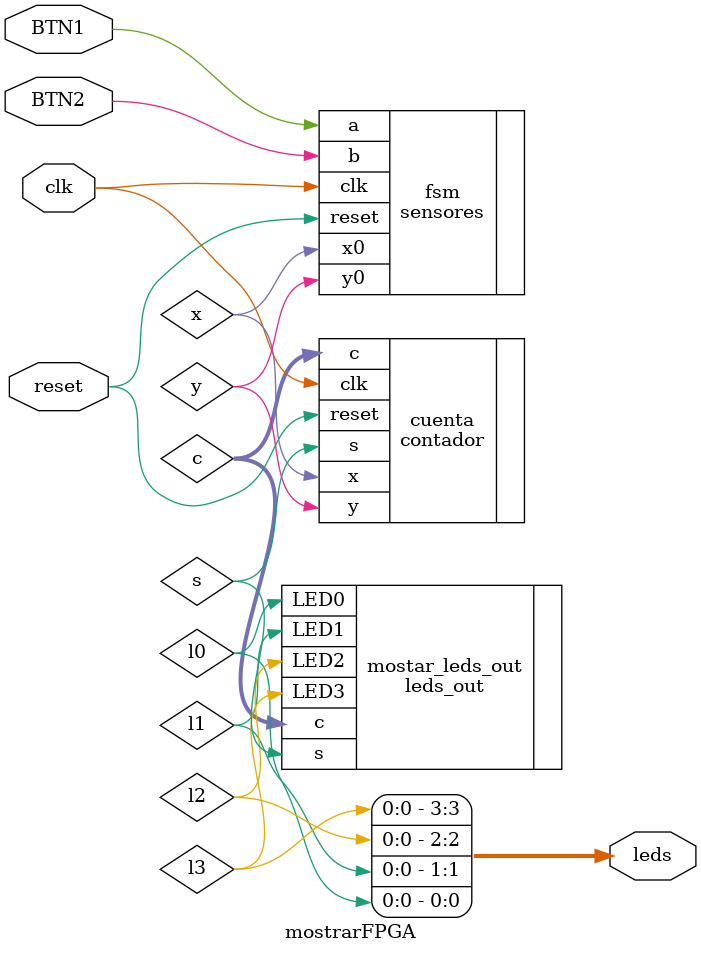
<source format=v>
module mostrarFPGA(
    input wire clk,
    input wire BTN1,  // Sensor a
    input wire BTN2,  // Sensor b
    output wire [3:0] leds, // Salida a los LEDS (3 bits)
    input wire reset
);

    wire x;
    wire y;

    wire [2:0] c;
    // FSM que detecta si entra o sale un auto
    sensores fsm(
        .clk(clk),
        .reset(reset),
        .a(BTN1),
        .b(BTN2),
        .x0(x),
        .y0(y)
    );
    wire s;
    // Contador ascendente/descendente
    contador cuenta (
        .clk(clk),
        .reset(reset),
        .x(x),
        .y(y),
        .s(s),
        .c(c)
    );

    // Módulo para mostrar en LEDS
    wire l0;
    wire l1;
    wire l2;
    wire l3;
    leds_out mostar_leds_out (
        .c(c),
        .s(s),
        .LED0(l0),
        .LED1(l1),
        .LED2(l2),
        .LED3(l3)
    );
    assign leds = {l3,l2,l1,l0};

endmodule


</source>
